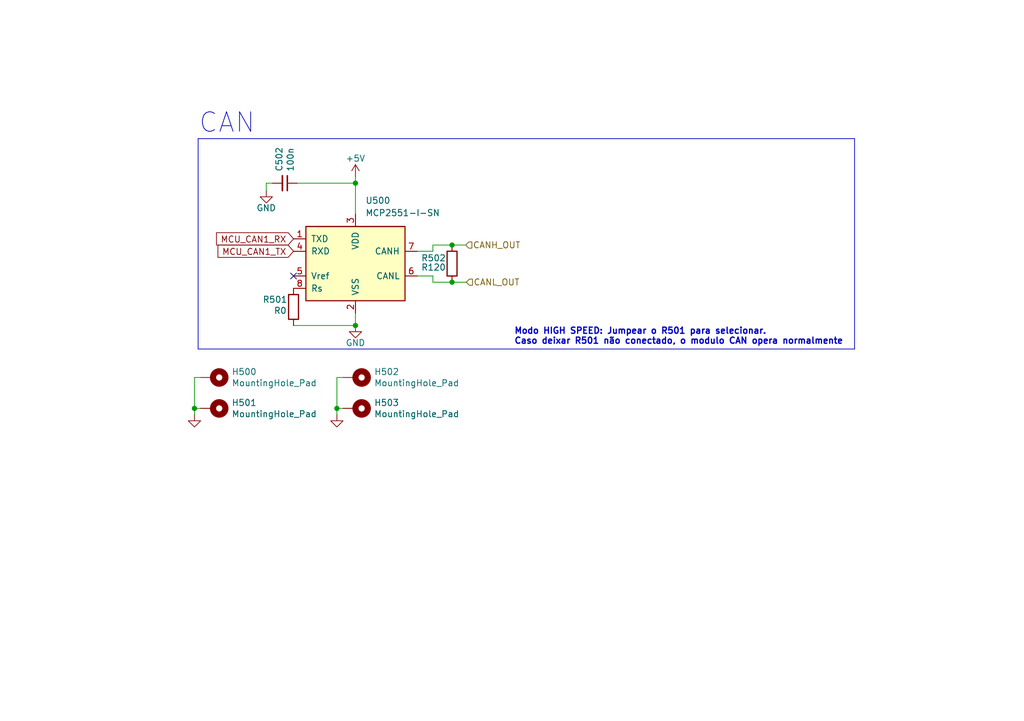
<source format=kicad_sch>
(kicad_sch (version 20230121) (generator eeschema)

  (uuid 8a801e8d-eb96-4666-aae5-97dd511c7930)

  (paper "A5")

  (lib_symbols
    (symbol "Device:C_Small" (pin_numbers hide) (pin_names (offset 0.254) hide) (in_bom yes) (on_board yes)
      (property "Reference" "C" (at 0.254 1.778 0)
        (effects (font (size 1.27 1.27)) (justify left))
      )
      (property "Value" "C_Small" (at 0.254 -2.032 0)
        (effects (font (size 1.27 1.27)) (justify left))
      )
      (property "Footprint" "" (at 0 0 0)
        (effects (font (size 1.27 1.27)) hide)
      )
      (property "Datasheet" "~" (at 0 0 0)
        (effects (font (size 1.27 1.27)) hide)
      )
      (property "ki_keywords" "capacitor cap" (at 0 0 0)
        (effects (font (size 1.27 1.27)) hide)
      )
      (property "ki_description" "Unpolarized capacitor, small symbol" (at 0 0 0)
        (effects (font (size 1.27 1.27)) hide)
      )
      (property "ki_fp_filters" "C_*" (at 0 0 0)
        (effects (font (size 1.27 1.27)) hide)
      )
      (symbol "C_Small_0_1"
        (polyline
          (pts
            (xy -1.524 -0.508)
            (xy 1.524 -0.508)
          )
          (stroke (width 0.3302) (type default))
          (fill (type none))
        )
        (polyline
          (pts
            (xy -1.524 0.508)
            (xy 1.524 0.508)
          )
          (stroke (width 0.3048) (type default))
          (fill (type none))
        )
      )
      (symbol "C_Small_1_1"
        (pin passive line (at 0 2.54 270) (length 2.032)
          (name "~" (effects (font (size 1.27 1.27))))
          (number "1" (effects (font (size 1.27 1.27))))
        )
        (pin passive line (at 0 -2.54 90) (length 2.032)
          (name "~" (effects (font (size 1.27 1.27))))
          (number "2" (effects (font (size 1.27 1.27))))
        )
      )
    )
    (symbol "Device:R" (pin_numbers hide) (pin_names (offset 0)) (in_bom yes) (on_board yes)
      (property "Reference" "R" (at 2.032 0 90)
        (effects (font (size 1.27 1.27)))
      )
      (property "Value" "R" (at 0 0 90)
        (effects (font (size 1.27 1.27)))
      )
      (property "Footprint" "" (at -1.778 0 90)
        (effects (font (size 1.27 1.27)) hide)
      )
      (property "Datasheet" "~" (at 0 0 0)
        (effects (font (size 1.27 1.27)) hide)
      )
      (property "ki_keywords" "R res resistor" (at 0 0 0)
        (effects (font (size 1.27 1.27)) hide)
      )
      (property "ki_description" "Resistor" (at 0 0 0)
        (effects (font (size 1.27 1.27)) hide)
      )
      (property "ki_fp_filters" "R_*" (at 0 0 0)
        (effects (font (size 1.27 1.27)) hide)
      )
      (symbol "R_0_1"
        (rectangle (start -1.016 -2.54) (end 1.016 2.54)
          (stroke (width 0.254) (type default))
          (fill (type none))
        )
      )
      (symbol "R_1_1"
        (pin passive line (at 0 3.81 270) (length 1.27)
          (name "~" (effects (font (size 1.27 1.27))))
          (number "1" (effects (font (size 1.27 1.27))))
        )
        (pin passive line (at 0 -3.81 90) (length 1.27)
          (name "~" (effects (font (size 1.27 1.27))))
          (number "2" (effects (font (size 1.27 1.27))))
        )
      )
    )
    (symbol "Interface_CAN_LIN:MCP2551-I-SN" (pin_names (offset 1.016)) (in_bom yes) (on_board yes)
      (property "Reference" "U" (at -10.16 8.89 0)
        (effects (font (size 1.27 1.27)) (justify left))
      )
      (property "Value" "MCP2551-I-SN" (at 2.54 8.89 0)
        (effects (font (size 1.27 1.27)) (justify left))
      )
      (property "Footprint" "Package_SO:SOIC-8_3.9x4.9mm_P1.27mm" (at 0 -12.7 0)
        (effects (font (size 1.27 1.27) italic) hide)
      )
      (property "Datasheet" "http://ww1.microchip.com/downloads/en/devicedoc/21667d.pdf" (at 0 0 0)
        (effects (font (size 1.27 1.27)) hide)
      )
      (property "ki_keywords" "High-Speed CAN Transceiver" (at 0 0 0)
        (effects (font (size 1.27 1.27)) hide)
      )
      (property "ki_description" "High-Speed CAN Transceiver, 1Mbps, 5V supply, SOIC-8" (at 0 0 0)
        (effects (font (size 1.27 1.27)) hide)
      )
      (property "ki_fp_filters" "SOIC*3.9x4.9mm*P1.27mm*" (at 0 0 0)
        (effects (font (size 1.27 1.27)) hide)
      )
      (symbol "MCP2551-I-SN_0_1"
        (rectangle (start -10.16 7.62) (end 10.16 -7.62)
          (stroke (width 0.254) (type default))
          (fill (type background))
        )
      )
      (symbol "MCP2551-I-SN_1_1"
        (pin input line (at -12.7 5.08 0) (length 2.54)
          (name "TXD" (effects (font (size 1.27 1.27))))
          (number "1" (effects (font (size 1.27 1.27))))
        )
        (pin power_in line (at 0 -10.16 90) (length 2.54)
          (name "VSS" (effects (font (size 1.27 1.27))))
          (number "2" (effects (font (size 1.27 1.27))))
        )
        (pin power_in line (at 0 10.16 270) (length 2.54)
          (name "VDD" (effects (font (size 1.27 1.27))))
          (number "3" (effects (font (size 1.27 1.27))))
        )
        (pin output line (at -12.7 2.54 0) (length 2.54)
          (name "RXD" (effects (font (size 1.27 1.27))))
          (number "4" (effects (font (size 1.27 1.27))))
        )
        (pin power_out line (at -12.7 -2.54 0) (length 2.54)
          (name "Vref" (effects (font (size 1.27 1.27))))
          (number "5" (effects (font (size 1.27 1.27))))
        )
        (pin bidirectional line (at 12.7 -2.54 180) (length 2.54)
          (name "CANL" (effects (font (size 1.27 1.27))))
          (number "6" (effects (font (size 1.27 1.27))))
        )
        (pin bidirectional line (at 12.7 2.54 180) (length 2.54)
          (name "CANH" (effects (font (size 1.27 1.27))))
          (number "7" (effects (font (size 1.27 1.27))))
        )
        (pin input line (at -12.7 -5.08 0) (length 2.54)
          (name "Rs" (effects (font (size 1.27 1.27))))
          (number "8" (effects (font (size 1.27 1.27))))
        )
      )
    )
    (symbol "Mechanical:MountingHole_Pad" (pin_numbers hide) (pin_names (offset 1.016) hide) (in_bom yes) (on_board yes)
      (property "Reference" "H" (at 0 6.35 0)
        (effects (font (size 1.27 1.27)))
      )
      (property "Value" "MountingHole_Pad" (at 0 4.445 0)
        (effects (font (size 1.27 1.27)))
      )
      (property "Footprint" "" (at 0 0 0)
        (effects (font (size 1.27 1.27)) hide)
      )
      (property "Datasheet" "~" (at 0 0 0)
        (effects (font (size 1.27 1.27)) hide)
      )
      (property "ki_keywords" "mounting hole" (at 0 0 0)
        (effects (font (size 1.27 1.27)) hide)
      )
      (property "ki_description" "Mounting Hole with connection" (at 0 0 0)
        (effects (font (size 1.27 1.27)) hide)
      )
      (property "ki_fp_filters" "MountingHole*Pad*" (at 0 0 0)
        (effects (font (size 1.27 1.27)) hide)
      )
      (symbol "MountingHole_Pad_0_1"
        (circle (center 0 1.27) (radius 1.27)
          (stroke (width 1.27) (type default))
          (fill (type none))
        )
      )
      (symbol "MountingHole_Pad_1_1"
        (pin input line (at 0 -2.54 90) (length 2.54)
          (name "1" (effects (font (size 1.27 1.27))))
          (number "1" (effects (font (size 1.27 1.27))))
        )
      )
    )
    (symbol "power:+5V" (power) (pin_names (offset 0)) (in_bom yes) (on_board yes)
      (property "Reference" "#PWR" (at 0 -3.81 0)
        (effects (font (size 1.27 1.27)) hide)
      )
      (property "Value" "+5V" (at 0 3.556 0)
        (effects (font (size 1.27 1.27)))
      )
      (property "Footprint" "" (at 0 0 0)
        (effects (font (size 1.27 1.27)) hide)
      )
      (property "Datasheet" "" (at 0 0 0)
        (effects (font (size 1.27 1.27)) hide)
      )
      (property "ki_keywords" "power-flag" (at 0 0 0)
        (effects (font (size 1.27 1.27)) hide)
      )
      (property "ki_description" "Power symbol creates a global label with name \"+5V\"" (at 0 0 0)
        (effects (font (size 1.27 1.27)) hide)
      )
      (symbol "+5V_0_1"
        (polyline
          (pts
            (xy -0.762 1.27)
            (xy 0 2.54)
          )
          (stroke (width 0) (type default))
          (fill (type none))
        )
        (polyline
          (pts
            (xy 0 0)
            (xy 0 2.54)
          )
          (stroke (width 0) (type default))
          (fill (type none))
        )
        (polyline
          (pts
            (xy 0 2.54)
            (xy 0.762 1.27)
          )
          (stroke (width 0) (type default))
          (fill (type none))
        )
      )
      (symbol "+5V_1_1"
        (pin power_in line (at 0 0 90) (length 0) hide
          (name "+5V" (effects (font (size 1.27 1.27))))
          (number "1" (effects (font (size 1.27 1.27))))
        )
      )
    )
    (symbol "power:GND" (power) (pin_names (offset 0)) (in_bom yes) (on_board yes)
      (property "Reference" "#PWR" (at 0 -6.35 0)
        (effects (font (size 1.27 1.27)) hide)
      )
      (property "Value" "GND" (at 0 -3.81 0)
        (effects (font (size 1.27 1.27)))
      )
      (property "Footprint" "" (at 0 0 0)
        (effects (font (size 1.27 1.27)) hide)
      )
      (property "Datasheet" "" (at 0 0 0)
        (effects (font (size 1.27 1.27)) hide)
      )
      (property "ki_keywords" "power-flag" (at 0 0 0)
        (effects (font (size 1.27 1.27)) hide)
      )
      (property "ki_description" "Power symbol creates a global label with name \"GND\" , ground" (at 0 0 0)
        (effects (font (size 1.27 1.27)) hide)
      )
      (symbol "GND_0_1"
        (polyline
          (pts
            (xy 0 0)
            (xy 0 -1.27)
            (xy 1.27 -1.27)
            (xy 0 -2.54)
            (xy -1.27 -1.27)
            (xy 0 -1.27)
          )
          (stroke (width 0) (type default))
          (fill (type none))
        )
      )
      (symbol "GND_1_1"
        (pin power_in line (at 0 0 270) (length 0) hide
          (name "GND" (effects (font (size 1.27 1.27))))
          (number "1" (effects (font (size 1.27 1.27))))
        )
      )
    )
  )

  (junction (at 72.898 66.802) (diameter 0) (color 0 0 0 0)
    (uuid 065b6a4a-0850-4534-9a15-d3ebd66bbfb7)
  )
  (junction (at 92.71 57.912) (diameter 0) (color 0 0 0 0)
    (uuid 1db5a147-40fa-4d58-b820-1f4dd7fd29c9)
  )
  (junction (at 92.71 50.292) (diameter 0) (color 0 0 0 0)
    (uuid 28b354ea-b4a7-449f-b724-51a4958fcd77)
  )
  (junction (at 69.088 83.82) (diameter 0) (color 0 0 0 0)
    (uuid 9ce400c1-6a0c-4261-9c80-bf0d01aff437)
  )
  (junction (at 39.878 83.82) (diameter 0) (color 0 0 0 0)
    (uuid c15aa45e-f589-44d3-a485-19141d9c143a)
  )
  (junction (at 72.898 37.592) (diameter 0) (color 0 0 0 0)
    (uuid da8d5dc2-bd80-4358-a861-6f1750cc49c4)
  )

  (no_connect (at 60.198 56.642) (uuid dd31726d-53b5-4c96-82f1-f8d5d4bfa736))

  (polyline (pts (xy 40.64 28.448) (xy 40.64 71.628))
    (stroke (width 0) (type default))
    (uuid 195c7185-ae31-4b4b-b0ce-cf9c398090a2)
  )

  (wire (pts (xy 72.898 36.322) (xy 72.898 37.592))
    (stroke (width 0) (type default))
    (uuid 27419e2a-9a90-45ae-8b59-444c6adab170)
  )
  (wire (pts (xy 69.088 77.47) (xy 70.358 77.47))
    (stroke (width 0) (type default))
    (uuid 3897a3aa-a78c-4afd-900f-8f2dee62147d)
  )
  (wire (pts (xy 88.773 56.642) (xy 88.773 57.912))
    (stroke (width 0) (type default))
    (uuid 484ed5f5-abd0-4cc1-9936-80db8c51cdda)
  )
  (wire (pts (xy 88.773 51.562) (xy 88.773 50.292))
    (stroke (width 0) (type default))
    (uuid 4a0ab7af-050d-4a16-8b10-a9a7acff518e)
  )
  (wire (pts (xy 54.61 37.592) (xy 55.88 37.592))
    (stroke (width 0) (type default))
    (uuid 60ea3467-a092-429b-8f95-5e2b6142d768)
  )
  (wire (pts (xy 88.773 57.912) (xy 92.71 57.912))
    (stroke (width 0) (type default))
    (uuid 6d92aea8-b831-4136-a3c0-4eab12418295)
  )
  (wire (pts (xy 88.773 50.292) (xy 92.71 50.292))
    (stroke (width 0) (type default))
    (uuid 74670213-56ef-4734-8f23-1a987251dea7)
  )
  (wire (pts (xy 85.598 51.562) (xy 88.773 51.562))
    (stroke (width 0) (type default))
    (uuid 75c433e9-b3c5-4ee8-b5b4-8c12fc9b677b)
  )
  (wire (pts (xy 41.148 83.82) (xy 39.878 83.82))
    (stroke (width 0) (type default))
    (uuid 76f1dfde-9f02-4ce8-8392-f5ea094e6c81)
  )
  (wire (pts (xy 69.088 83.82) (xy 69.088 77.47))
    (stroke (width 0) (type default))
    (uuid 779df61d-37b2-4f15-96db-daa406d3398f)
  )
  (wire (pts (xy 39.878 83.82) (xy 39.878 77.47))
    (stroke (width 0) (type default))
    (uuid 82a30aa8-2c27-4bf1-baba-9b011a0d2975)
  )
  (wire (pts (xy 39.878 77.47) (xy 41.148 77.47))
    (stroke (width 0) (type default))
    (uuid 84446ad9-7928-4be6-86d6-eefa52c0ed9f)
  )
  (wire (pts (xy 60.198 66.802) (xy 72.898 66.802))
    (stroke (width 0) (type default))
    (uuid 9914ed18-d48e-4eda-9b8c-ae30dbb5aaa3)
  )
  (wire (pts (xy 85.598 56.642) (xy 88.773 56.642))
    (stroke (width 0) (type default))
    (uuid 9dfa5c25-a484-4a44-832e-65a633d9bde6)
  )
  (wire (pts (xy 60.96 37.592) (xy 72.898 37.592))
    (stroke (width 0) (type default))
    (uuid aa156761-786a-4dd7-9833-265935887ba1)
  )
  (polyline (pts (xy 40.64 71.628) (xy 175.26 71.628))
    (stroke (width 0) (type default))
    (uuid ae63fc9c-675c-4d8d-87d9-d5e370eb1d3e)
  )

  (wire (pts (xy 72.898 37.592) (xy 72.898 43.942))
    (stroke (width 0) (type default))
    (uuid c1ed02c9-fcaa-4cd4-aa19-2c6114ddb823)
  )
  (wire (pts (xy 72.898 64.262) (xy 72.898 66.802))
    (stroke (width 0) (type default))
    (uuid c6bddaf6-5a75-46a5-add0-d5c236c8ecdb)
  )
  (wire (pts (xy 92.71 57.912) (xy 95.631 57.912))
    (stroke (width 0) (type default))
    (uuid c802a46b-6dcd-48be-b200-2a7c930662d3)
  )
  (polyline (pts (xy 175.26 71.628) (xy 175.26 28.448))
    (stroke (width 0) (type default))
    (uuid c941053f-3abd-4b3f-aa0d-c28e017f4cfd)
  )

  (wire (pts (xy 54.61 37.592) (xy 54.61 39.116))
    (stroke (width 0) (type default))
    (uuid cab931ca-2333-431e-ade5-1feabe512406)
  )
  (wire (pts (xy 39.878 85.09) (xy 39.878 83.82))
    (stroke (width 0) (type default))
    (uuid d88f0038-4b86-40bf-96cc-bbf9eb879ce6)
  )
  (wire (pts (xy 70.358 83.82) (xy 69.088 83.82))
    (stroke (width 0) (type default))
    (uuid dea78674-892a-44ed-b218-4c97d32d2ca7)
  )
  (wire (pts (xy 92.71 50.292) (xy 95.504 50.292))
    (stroke (width 0) (type default))
    (uuid e54b50ce-02f9-4ea7-bc53-821ce650cb7b)
  )
  (polyline (pts (xy 175.26 28.448) (xy 40.64 28.448))
    (stroke (width 0) (type default))
    (uuid e9daf3ad-397e-4809-8d75-73e39a33e104)
  )

  (wire (pts (xy 69.088 85.09) (xy 69.088 83.82))
    (stroke (width 0) (type default))
    (uuid ee3ef55f-2763-47f3-a26e-ca1dad882b90)
  )

  (text "Modo HIGH SPEED: Jumpear o R501 para selecionar.\nCaso deixar R501 não conectado, o modulo CAN opera normalmente"
    (at 105.41 70.866 0)
    (effects (font (size 1.27 1.27) (thickness 0.254) bold) (justify left bottom))
    (uuid 10c5c97a-a030-4bfb-9c56-48994eb661fb)
  )
  (text "CAN" (at 40.64 27.686 0)
    (effects (font (size 4 4)) (justify left bottom))
    (uuid 281ed6ab-0334-4ce3-8eb2-9e0f34999b28)
  )

  (global_label "MCU_CAN1_TX" (shape input) (at 60.198 51.562 180) (fields_autoplaced)
    (effects (font (size 1.27 1.27)) (justify right))
    (uuid 10b03160-0b3b-459a-977c-d8159725f12a)
    (property "Intersheetrefs" "${INTERSHEET_REFS}" (at -49.022 -84.328 0)
      (effects (font (size 1.27 1.27)) hide)
    )
  )
  (global_label "MCU_CAN1_RX" (shape input) (at 60.198 49.022 180) (fields_autoplaced)
    (effects (font (size 1.27 1.27)) (justify right))
    (uuid b960224a-4f3b-43c4-b685-765d74207ee1)
    (property "Intersheetrefs" "${INTERSHEET_REFS}" (at -49.022 -89.408 0)
      (effects (font (size 1.27 1.27)) hide)
    )
  )

  (hierarchical_label "CANH_OUT" (shape input) (at 95.504 50.292 0) (fields_autoplaced)
    (effects (font (size 1.27 1.27)) (justify left))
    (uuid 3a50ad3a-4e95-4571-9836-8d8abb57199a)
  )
  (hierarchical_label "CANL_OUT" (shape input) (at 95.631 57.912 0) (fields_autoplaced)
    (effects (font (size 1.27 1.27)) (justify left))
    (uuid a37ea97b-d52f-4f5f-b5d6-1fc76e18676b)
  )

  (symbol (lib_id "Device:C_Small") (at 58.42 37.592 270) (unit 1)
    (in_bom yes) (on_board yes) (dnp no)
    (uuid 00000000-0000-0000-0000-00006053472d)
    (property "Reference" "C502" (at 57.2516 35.2552 0)
      (effects (font (size 1.27 1.27)) (justify right))
    )
    (property "Value" "100n" (at 59.563 35.2552 0)
      (effects (font (size 1.27 1.27)) (justify right))
    )
    (property "Footprint" "Capacitor_SMD:C_0402_1005Metric" (at 58.42 37.592 0)
      (effects (font (size 1.27 1.27)) hide)
    )
    (property "Datasheet" "~" (at 58.42 37.592 0)
      (effects (font (size 1.27 1.27)) hide)
    )
    (property "LCSC Part #" "C1525" (at 58.42 37.592 0)
      (effects (font (size 1.27 1.27)) hide)
    )
    (pin "1" (uuid 7a437cfb-7674-4164-a415-abfbd9ed35a6))
    (pin "2" (uuid a6f07068-8032-4b2c-ba93-fa270d5f1c7c))
    (instances
      (project "PCB_Dianteira"
        (path "/a0150dbf-44e5-4bd4-8041-fb1f3f9779fb/b89e5a56-82aa-4bc9-bbd4-e8ac1b17868f"
          (reference "C502") (unit 1)
        )
      )
    )
  )

  (symbol (lib_id "power:+5V") (at 72.898 36.322 0) (unit 1)
    (in_bom yes) (on_board yes) (dnp no)
    (uuid 00000000-0000-0000-0000-00006054049e)
    (property "Reference" "#PWR051" (at 72.898 40.132 0)
      (effects (font (size 1.27 1.27)) hide)
    )
    (property "Value" "+5V" (at 72.898 32.512 0)
      (effects (font (size 1.27 1.27)))
    )
    (property "Footprint" "" (at 72.898 36.322 0)
      (effects (font (size 1.27 1.27)) hide)
    )
    (property "Datasheet" "" (at 72.898 36.322 0)
      (effects (font (size 1.27 1.27)) hide)
    )
    (pin "1" (uuid 020d5b1f-e557-4a5c-88dc-1d9f672c830b))
    (instances
      (project "PCB_Dianteira"
        (path "/a0150dbf-44e5-4bd4-8041-fb1f3f9779fb/b89e5a56-82aa-4bc9-bbd4-e8ac1b17868f"
          (reference "#PWR051") (unit 1)
        )
      )
    )
  )

  (symbol (lib_id "Mechanical:MountingHole_Pad") (at 43.688 83.82 270) (unit 1)
    (in_bom yes) (on_board yes) (dnp no)
    (uuid 00000000-0000-0000-0000-0000605798ab)
    (property "Reference" "H501" (at 47.498 82.6516 90)
      (effects (font (size 1.27 1.27)) (justify left))
    )
    (property "Value" "MountingHole_Pad" (at 47.498 84.963 90)
      (effects (font (size 1.27 1.27)) (justify left))
    )
    (property "Footprint" "MountingHole:MountingHole_3.2mm_M3_Pad_Via" (at 43.688 83.82 0)
      (effects (font (size 1.27 1.27)) hide)
    )
    (property "Datasheet" "~" (at 43.688 83.82 0)
      (effects (font (size 1.27 1.27)) hide)
    )
    (pin "1" (uuid 0dbdd880-395a-4434-923a-be51a1e90467))
    (instances
      (project "PCB_Dianteira"
        (path "/a0150dbf-44e5-4bd4-8041-fb1f3f9779fb/b89e5a56-82aa-4bc9-bbd4-e8ac1b17868f"
          (reference "H501") (unit 1)
        )
      )
    )
  )

  (symbol (lib_id "Mechanical:MountingHole_Pad") (at 43.688 77.47 270) (unit 1)
    (in_bom yes) (on_board yes) (dnp no)
    (uuid 00000000-0000-0000-0000-00006057a1c5)
    (property "Reference" "H500" (at 47.498 76.3016 90)
      (effects (font (size 1.27 1.27)) (justify left))
    )
    (property "Value" "MountingHole_Pad" (at 47.498 78.613 90)
      (effects (font (size 1.27 1.27)) (justify left))
    )
    (property "Footprint" "MountingHole:MountingHole_3.2mm_M3_Pad_Via" (at 43.688 77.47 0)
      (effects (font (size 1.27 1.27)) hide)
    )
    (property "Datasheet" "~" (at 43.688 77.47 0)
      (effects (font (size 1.27 1.27)) hide)
    )
    (pin "1" (uuid b7d8a685-f2c0-441c-bb7a-0bf49640e851))
    (instances
      (project "PCB_Dianteira"
        (path "/a0150dbf-44e5-4bd4-8041-fb1f3f9779fb/b89e5a56-82aa-4bc9-bbd4-e8ac1b17868f"
          (reference "H500") (unit 1)
        )
      )
    )
  )

  (symbol (lib_id "Mechanical:MountingHole_Pad") (at 72.898 77.47 270) (unit 1)
    (in_bom yes) (on_board yes) (dnp no)
    (uuid 00000000-0000-0000-0000-00006057a51c)
    (property "Reference" "H502" (at 76.708 76.3016 90)
      (effects (font (size 1.27 1.27)) (justify left))
    )
    (property "Value" "MountingHole_Pad" (at 76.708 78.613 90)
      (effects (font (size 1.27 1.27)) (justify left))
    )
    (property "Footprint" "MountingHole:MountingHole_3.2mm_M3_Pad_Via" (at 72.898 77.47 0)
      (effects (font (size 1.27 1.27)) hide)
    )
    (property "Datasheet" "~" (at 72.898 77.47 0)
      (effects (font (size 1.27 1.27)) hide)
    )
    (pin "1" (uuid 0f8740da-0912-44c3-a04e-7396499c5289))
    (instances
      (project "PCB_Dianteira"
        (path "/a0150dbf-44e5-4bd4-8041-fb1f3f9779fb/b89e5a56-82aa-4bc9-bbd4-e8ac1b17868f"
          (reference "H502") (unit 1)
        )
      )
    )
  )

  (symbol (lib_id "Mechanical:MountingHole_Pad") (at 72.898 83.82 270) (unit 1)
    (in_bom yes) (on_board yes) (dnp no)
    (uuid 00000000-0000-0000-0000-00006057a705)
    (property "Reference" "H503" (at 76.708 82.6516 90)
      (effects (font (size 1.27 1.27)) (justify left))
    )
    (property "Value" "MountingHole_Pad" (at 76.708 84.963 90)
      (effects (font (size 1.27 1.27)) (justify left))
    )
    (property "Footprint" "MountingHole:MountingHole_3.2mm_M3_Pad_Via" (at 72.898 83.82 0)
      (effects (font (size 1.27 1.27)) hide)
    )
    (property "Datasheet" "~" (at 72.898 83.82 0)
      (effects (font (size 1.27 1.27)) hide)
    )
    (pin "1" (uuid fb9ad75c-a402-4aca-a2ee-058b9ee87830))
    (instances
      (project "PCB_Dianteira"
        (path "/a0150dbf-44e5-4bd4-8041-fb1f3f9779fb/b89e5a56-82aa-4bc9-bbd4-e8ac1b17868f"
          (reference "H503") (unit 1)
        )
      )
    )
  )

  (symbol (lib_id "power:GND") (at 69.088 85.09 0) (unit 1)
    (in_bom yes) (on_board yes) (dnp no)
    (uuid 00000000-0000-0000-0000-00006057ab83)
    (property "Reference" "#PWR0102" (at 69.088 91.44 0)
      (effects (font (size 1.27 1.27)) hide)
    )
    (property "Value" "GND" (at 69.088 88.9 0)
      (effects (font (size 1.27 1.27)) hide)
    )
    (property "Footprint" "" (at 69.088 85.09 0)
      (effects (font (size 1.27 1.27)) hide)
    )
    (property "Datasheet" "" (at 69.088 85.09 0)
      (effects (font (size 1.27 1.27)) hide)
    )
    (pin "1" (uuid ddf4a45c-f35b-45ed-97f7-a35a081917af))
    (instances
      (project "PCB_Dianteira"
        (path "/a0150dbf-44e5-4bd4-8041-fb1f3f9779fb/b89e5a56-82aa-4bc9-bbd4-e8ac1b17868f"
          (reference "#PWR0102") (unit 1)
        )
      )
    )
  )

  (symbol (lib_id "power:GND") (at 39.878 85.09 0) (unit 1)
    (in_bom yes) (on_board yes) (dnp no)
    (uuid 00000000-0000-0000-0000-000060581e47)
    (property "Reference" "#PWR0103" (at 39.878 91.44 0)
      (effects (font (size 1.27 1.27)) hide)
    )
    (property "Value" "GND" (at 39.878 88.9 0)
      (effects (font (size 1.27 1.27)) hide)
    )
    (property "Footprint" "" (at 39.878 85.09 0)
      (effects (font (size 1.27 1.27)) hide)
    )
    (property "Datasheet" "" (at 39.878 85.09 0)
      (effects (font (size 1.27 1.27)) hide)
    )
    (pin "1" (uuid 1f3f5216-829b-44c8-aca1-fa7c65e01faf))
    (instances
      (project "PCB_Dianteira"
        (path "/a0150dbf-44e5-4bd4-8041-fb1f3f9779fb/b89e5a56-82aa-4bc9-bbd4-e8ac1b17868f"
          (reference "#PWR0103") (unit 1)
        )
      )
    )
  )

  (symbol (lib_id "Device:R") (at 92.71 54.102 0) (unit 1)
    (in_bom yes) (on_board yes) (dnp no)
    (uuid 487c5012-3a20-4c03-8b91-e89dfc633fff)
    (property "Reference" "R502" (at 86.36 52.959 0)
      (effects (font (size 1.27 1.27)) (justify left))
    )
    (property "Value" "R120" (at 86.36 54.864 0)
      (effects (font (size 1.27 1.27)) (justify left))
    )
    (property "Footprint" "Resistor_SMD:R_0603_1608Metric" (at 90.932 54.102 90)
      (effects (font (size 1.27 1.27)) hide)
    )
    (property "Datasheet" "~" (at 92.71 54.102 0)
      (effects (font (size 1.27 1.27)) hide)
    )
    (pin "1" (uuid 9ff4cec9-66f8-43da-a0a3-d8a2a1157af9))
    (pin "2" (uuid 9cb17541-dfb2-423b-aefe-908944da9096))
    (instances
      (project "PCB_Dianteira"
        (path "/a0150dbf-44e5-4bd4-8041-fb1f3f9779fb/b89e5a56-82aa-4bc9-bbd4-e8ac1b17868f"
          (reference "R502") (unit 1)
        )
      )
    )
  )

  (symbol (lib_id "power:GND") (at 72.898 66.802 0) (unit 1)
    (in_bom yes) (on_board yes) (dnp no)
    (uuid 4e87b38d-949e-4766-a8e0-d6dcba65f198)
    (property "Reference" "#PWR0118" (at 72.898 73.152 0)
      (effects (font (size 1.27 1.27)) hide)
    )
    (property "Value" "GND" (at 72.898 70.358 0)
      (effects (font (size 1.27 1.27)))
    )
    (property "Footprint" "" (at 72.898 66.802 0)
      (effects (font (size 1.27 1.27)) hide)
    )
    (property "Datasheet" "" (at 72.898 66.802 0)
      (effects (font (size 1.27 1.27)) hide)
    )
    (pin "1" (uuid bbd905f4-7d65-4570-9629-26ba61915614))
    (instances
      (project "PCB_Dianteira"
        (path "/a0150dbf-44e5-4bd4-8041-fb1f3f9779fb/b89e5a56-82aa-4bc9-bbd4-e8ac1b17868f"
          (reference "#PWR0118") (unit 1)
        )
      )
    )
  )

  (symbol (lib_id "Device:R") (at 60.198 62.992 0) (unit 1)
    (in_bom yes) (on_board yes) (dnp no)
    (uuid 7b553116-8058-4e8f-a776-c494566cefa2)
    (property "Reference" "R501" (at 53.848 61.468 0)
      (effects (font (size 1.27 1.27)) (justify left))
    )
    (property "Value" "R0" (at 56.134 63.754 0)
      (effects (font (size 1.27 1.27)) (justify left))
    )
    (property "Footprint" "Resistor_SMD:R_0805_2012Metric_Pad1.20x1.40mm_HandSolder" (at 58.42 62.992 90)
      (effects (font (size 1.27 1.27)) hide)
    )
    (property "Datasheet" "~" (at 60.198 62.992 0)
      (effects (font (size 1.27 1.27)) hide)
    )
    (pin "1" (uuid 3ed378f8-2ca4-49ec-b1c5-6157b38e6a9a))
    (pin "2" (uuid e538de6f-f270-4018-8dee-c605b28faf41))
    (instances
      (project "PCB_Dianteira"
        (path "/a0150dbf-44e5-4bd4-8041-fb1f3f9779fb/b89e5a56-82aa-4bc9-bbd4-e8ac1b17868f"
          (reference "R501") (unit 1)
        )
      )
    )
  )

  (symbol (lib_id "power:GND") (at 54.61 39.116 0) (unit 1)
    (in_bom yes) (on_board yes) (dnp no)
    (uuid bd53c04b-2cfb-4eb1-bc3e-326b371f3d4b)
    (property "Reference" "#PWR0119" (at 54.61 45.466 0)
      (effects (font (size 1.27 1.27)) hide)
    )
    (property "Value" "GND" (at 54.61 42.672 0)
      (effects (font (size 1.27 1.27)))
    )
    (property "Footprint" "" (at 54.61 39.116 0)
      (effects (font (size 1.27 1.27)) hide)
    )
    (property "Datasheet" "" (at 54.61 39.116 0)
      (effects (font (size 1.27 1.27)) hide)
    )
    (pin "1" (uuid 66a6490c-3b2a-4a8e-bc77-8640ae4f219e))
    (instances
      (project "PCB_Dianteira"
        (path "/a0150dbf-44e5-4bd4-8041-fb1f3f9779fb/b89e5a56-82aa-4bc9-bbd4-e8ac1b17868f"
          (reference "#PWR0119") (unit 1)
        )
      )
    )
  )

  (symbol (lib_id "Interface_CAN_LIN:MCP2551-I-SN") (at 72.898 54.102 0) (unit 1)
    (in_bom yes) (on_board yes) (dnp no) (fields_autoplaced)
    (uuid f2aa893a-b26b-48ab-b699-e467a517fd02)
    (property "Reference" "U500" (at 74.9174 41.148 0)
      (effects (font (size 1.27 1.27)) (justify left))
    )
    (property "Value" "MCP2551-I-SN" (at 74.9174 43.688 0)
      (effects (font (size 1.27 1.27)) (justify left))
    )
    (property "Footprint" "Package_SO:SOIC-8_3.9x4.9mm_P1.27mm" (at 72.898 66.802 0)
      (effects (font (size 1.27 1.27) italic) hide)
    )
    (property "Datasheet" "http://ww1.microchip.com/downloads/en/devicedoc/21667d.pdf" (at 72.898 54.102 0)
      (effects (font (size 1.27 1.27)) hide)
    )
    (pin "1" (uuid 066b2807-8542-4680-b800-e815d0fafeda))
    (pin "2" (uuid e12da650-7f78-4bb5-8484-8837861b08cb))
    (pin "3" (uuid 7986f905-2967-4165-8ca2-d59314254cee))
    (pin "4" (uuid 6e91aba9-d763-469c-a882-c188eae5b50d))
    (pin "5" (uuid 4ecc05c2-9217-458c-a3f2-5d094c655a6d))
    (pin "6" (uuid 4d0f20e5-0169-43b3-a5bb-bf8f9d94ee78))
    (pin "7" (uuid 403bbb7f-e72f-4b11-b255-f4b97f7eab6b))
    (pin "8" (uuid b236cc5a-4d8a-4fa6-b6bb-6d19db0ff6b7))
    (instances
      (project "PCB_Dianteira"
        (path "/a0150dbf-44e5-4bd4-8041-fb1f3f9779fb/b89e5a56-82aa-4bc9-bbd4-e8ac1b17868f"
          (reference "U500") (unit 1)
        )
      )
    )
  )
)

</source>
